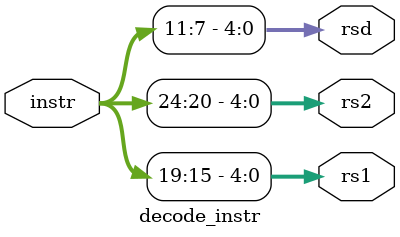
<source format=sv>
module decode_instr #(
    parameter INSTR_WIDTH = 32,
    parameter ADDRESS_WIDTH = 5
)(
    input logic [INSTR_WIDTH-1:0]      instr,
    output logic [ADDRESS_WIDTH-1:0]      rs1,
    output logic [ADDRESS_WIDTH-1:0]      rs2,
    output logic [ADDRESS_WIDTH-1:0]      rsd
);

always_comb begin
    rs1 = instr[19:15];
    rs2 = instr[24:20];
    rsd = instr[11:7];
end

endmodule

</source>
